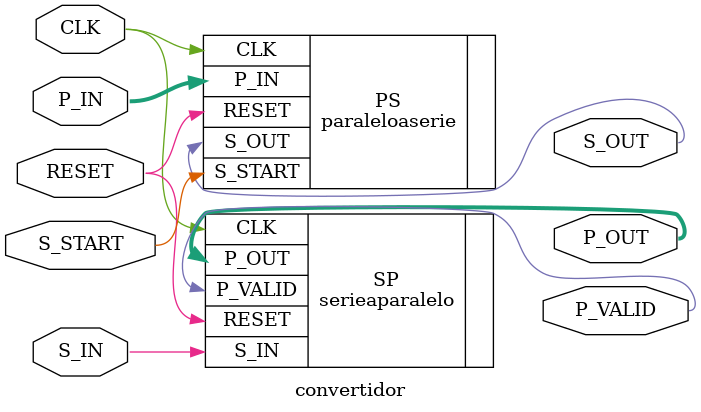
<source format=v>
`include "serieaparalelo.v"
`include "paraleloaserie.v"

module convertidor (CLK, RESET, S_IN, P_IN, S_START, P_VALID, P_OUT, S_OUT);

// Se definen las entradas del modulo
input CLK, RESET, S_IN, S_START; 
input [31:0] P_IN ;

// Se definen las salidas del modulo
output wire P_VALID, S_OUT;
output wire [31:0] P_OUT;  

// Se instancia el modulo que convierte de serie a paralelo
serieaparalelo SP(
    .CLK      (CLK),
    .RESET    (RESET),
    .S_IN     (S_IN),
    .P_OUT    (P_OUT),
    .P_VALID  (P_VALID)
);

// Se instancia el modulo que convierte de paralelo a serie
paraleloaserie PS(
    .CLK      (CLK),
    .RESET    (RESET),
    .P_IN     (P_IN),
    .S_START  (S_START),
    .S_OUT    (S_OUT)
);

endmodule

</source>
